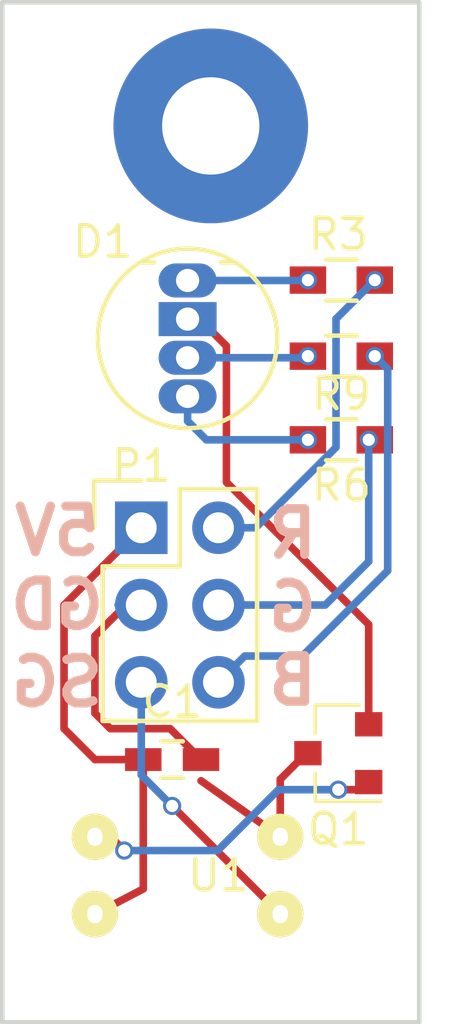
<source format=kicad_pcb>
(kicad_pcb (version 4) (host pcbnew 4.0.5+dfsg1-4)

  (general
    (links 14)
    (no_connects 10)
    (area 171.120999 86.792999 184.987001 120.471001)
    (thickness 1.6)
    (drawings 9)
    (tracks 66)
    (zones 0)
    (modules 9)
    (nets 13)
  )

  (page A4)
  (layers
    (0 F.Cu signal)
    (31 B.Cu signal)
    (32 B.Adhes user)
    (33 F.Adhes user)
    (34 B.Paste user)
    (35 F.Paste user)
    (36 B.SilkS user)
    (37 F.SilkS user)
    (38 B.Mask user)
    (39 F.Mask user)
    (40 Dwgs.User user)
    (41 Cmts.User user)
    (42 Eco1.User user)
    (43 Eco2.User user)
    (44 Edge.Cuts user)
    (45 Margin user)
    (46 B.CrtYd user)
    (47 F.CrtYd user)
    (48 B.Fab user)
    (49 F.Fab user)
  )

  (setup
    (last_trace_width 0.25)
    (trace_clearance 0.2)
    (zone_clearance 0.508)
    (zone_45_only no)
    (trace_min 0.2)
    (segment_width 0.2)
    (edge_width 0.15)
    (via_size 0.6)
    (via_drill 0.4)
    (via_min_size 0.4)
    (via_min_drill 0.3)
    (uvia_size 0.3)
    (uvia_drill 0.1)
    (uvias_allowed no)
    (uvia_min_size 0.2)
    (uvia_min_drill 0.1)
    (pcb_text_width 0.3)
    (pcb_text_size 1.5 1.5)
    (mod_edge_width 0.15)
    (mod_text_size 1 1)
    (mod_text_width 0.15)
    (pad_size 1.524 1.524)
    (pad_drill 0.762)
    (pad_to_mask_clearance 0.2)
    (aux_axis_origin 0 0)
    (visible_elements FFFEFF7F)
    (pcbplotparams
      (layerselection 0x00030_80000001)
      (usegerberextensions false)
      (excludeedgelayer true)
      (linewidth 0.100000)
      (plotframeref false)
      (viasonmask false)
      (mode 1)
      (useauxorigin false)
      (hpglpennumber 1)
      (hpglpenspeed 20)
      (hpglpendiameter 15)
      (hpglpenoverlay 2)
      (psnegative false)
      (psa4output false)
      (plotreference true)
      (plotvalue true)
      (plotinvisibletext false)
      (padsonsilk false)
      (subtractmaskfromsilk false)
      (outputformat 1)
      (mirror false)
      (drillshape 1)
      (scaleselection 1)
      (outputdirectory ""))
  )

  (net 0 "")
  (net 1 "Net-(D1-Pad1)")
  (net 2 "Net-(D1-Pad4)")
  (net 3 +5VL)
  (net 4 RED)
  (net 5 GND)
  (net 6 GREEN)
  (net 7 SIGNAL)
  (net 8 BLUE)
  (net 9 "Net-(D1-Pad3)")
  (net 10 "Net-(P2-Pad1)")
  (net 11 CATH)
  (net 12 "Net-(D1-Pad2)")

  (net_class Default "This is the default net class."
    (clearance 0.2)
    (trace_width 0.25)
    (via_dia 0.6)
    (via_drill 0.4)
    (uvia_dia 0.3)
    (uvia_drill 0.1)
    (add_net +5VL)
    (add_net BLUE)
    (add_net CATH)
    (add_net GND)
    (add_net GREEN)
    (add_net "Net-(D1-Pad1)")
    (add_net "Net-(D1-Pad2)")
    (add_net "Net-(D1-Pad3)")
    (add_net "Net-(D1-Pad4)")
    (add_net "Net-(P2-Pad1)")
    (add_net RED)
    (add_net SIGNAL)
  )

  (module Pin_Headers:Pin_Header_Straight_2x03 (layer F.Cu) (tedit 5A78B1A5) (tstamp 5A773EFC)
    (at 175.768 104.14)
    (descr "Through hole pin header")
    (tags "pin header")
    (path /5A7730C9)
    (fp_text reference P1 (at 0 -2.032) (layer F.SilkS)
      (effects (font (size 1 1) (thickness 0.15)))
    )
    (fp_text value CONN_02X03 (at -2.54 2.032 90) (layer F.Fab)
      (effects (font (size 1 1) (thickness 0.15)))
    )
    (fp_line (start -1.27 1.27) (end -1.27 6.35) (layer F.SilkS) (width 0.15))
    (fp_line (start -1.55 -1.55) (end 0 -1.55) (layer F.SilkS) (width 0.15))
    (fp_line (start -1.75 -1.75) (end -1.75 6.85) (layer F.CrtYd) (width 0.05))
    (fp_line (start 4.3 -1.75) (end 4.3 6.85) (layer F.CrtYd) (width 0.05))
    (fp_line (start -1.75 -1.75) (end 4.3 -1.75) (layer F.CrtYd) (width 0.05))
    (fp_line (start -1.75 6.85) (end 4.3 6.85) (layer F.CrtYd) (width 0.05))
    (fp_line (start 1.27 -1.27) (end 1.27 1.27) (layer F.SilkS) (width 0.15))
    (fp_line (start 1.27 1.27) (end -1.27 1.27) (layer F.SilkS) (width 0.15))
    (fp_line (start -1.27 6.35) (end 3.81 6.35) (layer F.SilkS) (width 0.15))
    (fp_line (start 3.81 6.35) (end 3.81 1.27) (layer F.SilkS) (width 0.15))
    (fp_line (start -1.55 -1.55) (end -1.55 0) (layer F.SilkS) (width 0.15))
    (fp_line (start 3.81 -1.27) (end 1.27 -1.27) (layer F.SilkS) (width 0.15))
    (fp_line (start 3.81 1.27) (end 3.81 -1.27) (layer F.SilkS) (width 0.15))
    (pad 1 thru_hole rect (at 0 0) (size 1.7272 1.7272) (drill 1.016) (layers *.Cu *.Mask)
      (net 3 +5VL))
    (pad 2 thru_hole oval (at 2.54 0) (size 1.7272 1.7272) (drill 1.016) (layers *.Cu *.Mask)
      (net 4 RED))
    (pad 3 thru_hole oval (at 0 2.54) (size 1.7272 1.7272) (drill 1.016) (layers *.Cu *.Mask)
      (net 5 GND))
    (pad 4 thru_hole oval (at 2.54 2.54) (size 1.7272 1.7272) (drill 1.016) (layers *.Cu *.Mask)
      (net 6 GREEN))
    (pad 5 thru_hole oval (at 0 5.08) (size 1.7272 1.7272) (drill 1.016) (layers *.Cu *.Mask)
      (net 7 SIGNAL))
    (pad 6 thru_hole oval (at 2.54 5.08) (size 1.7272 1.7272) (drill 1.016) (layers *.Cu *.Mask)
      (net 8 BLUE))
    (model Pin_Headers.3dshapes/Pin_Header_Straight_2x03.wrl
      (at (xyz 0.05 -0.1 0))
      (scale (xyz 1 1 1))
      (rotate (xyz 0 0 90))
    )
  )

  (module s4282:S4282-51 (layer F.Cu) (tedit 5A773F3B) (tstamp 5A773FA3)
    (at 177.292 115.57)
    (path /5A773059)
    (fp_text reference U1 (at 1.016 0) (layer F.SilkS)
      (effects (font (size 1 1) (thickness 0.15)))
    )
    (fp_text value S4282-51 (at 0 3.048) (layer F.Fab)
      (effects (font (size 1 1) (thickness 0.15)))
    )
    (pad 1 thru_hole circle (at -3.048 -1.27) (size 1.524 1.524) (drill oval 0.5 0.6) (layers *.Cu *.Mask F.SilkS)
      (net 11 CATH))
    (pad 4 thru_hole circle (at 3.048 -1.27) (size 1.524 1.524) (drill oval 0.5 0.6) (layers *.Cu *.Mask F.SilkS)
      (net 5 GND))
    (pad 2 thru_hole circle (at -3.048 1.27) (size 1.524 1.524) (drill oval 0.5 0.6) (layers *.Cu *.Mask F.SilkS)
      (net 3 +5VL))
    (pad 3 thru_hole circle (at 3.048 1.27) (size 1.524 1.524) (drill oval 0.5 0.6) (layers *.Cu *.Mask F.SilkS)
      (net 7 SIGNAL))
  )

  (module Capacitors_SMD:C_0603_HandSoldering (layer F.Cu) (tedit 5A773F2C) (tstamp 5A77B38C)
    (at 176.784 111.76)
    (descr "Capacitor SMD 0603, hand soldering")
    (tags "capacitor 0603")
    (path /5A7740A3)
    (attr smd)
    (fp_text reference C1 (at 0 -1.9) (layer F.SilkS)
      (effects (font (size 1 1) (thickness 0.15)))
    )
    (fp_text value 1uF (at 3.556 0) (layer F.Fab)
      (effects (font (size 1 1) (thickness 0.15)))
    )
    (fp_line (start -0.8 0.4) (end -0.8 -0.4) (layer F.Fab) (width 0.15))
    (fp_line (start 0.8 0.4) (end -0.8 0.4) (layer F.Fab) (width 0.15))
    (fp_line (start 0.8 -0.4) (end 0.8 0.4) (layer F.Fab) (width 0.15))
    (fp_line (start -0.8 -0.4) (end 0.8 -0.4) (layer F.Fab) (width 0.15))
    (fp_line (start -1.85 -0.75) (end 1.85 -0.75) (layer F.CrtYd) (width 0.05))
    (fp_line (start -1.85 0.75) (end 1.85 0.75) (layer F.CrtYd) (width 0.05))
    (fp_line (start -1.85 -0.75) (end -1.85 0.75) (layer F.CrtYd) (width 0.05))
    (fp_line (start 1.85 -0.75) (end 1.85 0.75) (layer F.CrtYd) (width 0.05))
    (fp_line (start -0.35 -0.6) (end 0.35 -0.6) (layer F.SilkS) (width 0.15))
    (fp_line (start 0.35 0.6) (end -0.35 0.6) (layer F.SilkS) (width 0.15))
    (pad 1 smd rect (at -0.95 0) (size 1.2 0.75) (layers F.Cu F.Paste F.Mask)
      (net 3 +5VL))
    (pad 2 smd rect (at 0.95 0) (size 1.2 0.75) (layers F.Cu F.Paste F.Mask)
      (net 5 GND))
    (model Capacitors_SMD.3dshapes/C_0603_HandSoldering.wrl
      (at (xyz 0 0 0))
      (scale (xyz 1 1 1))
      (rotate (xyz 0 0 0))
    )
  )

  (module LEDs:LED-RGB-5MM_Common_Cathode (layer F.Cu) (tedit 5A78B5B3) (tstamp 5A7A07F7)
    (at 177.292 96.012)
    (descr "5mm common cathode RGB LED")
    (tags "RGB LED 5mm Common Cathode")
    (path /5A7B0E12)
    (fp_text reference D1 (at -2.794 -1.27) (layer F.SilkS)
      (effects (font (size 1 1) (thickness 0.15)))
    )
    (fp_text value LED_RCBG (at 0 6.25) (layer F.Fab)
      (effects (font (size 1 1) (thickness 0.15)))
    )
    (fp_circle (center 0 1.905) (end 3.2 1.905) (layer F.CrtYd) (width 0.05))
    (fp_line (start -1.1 -0.595) (end -1.55 -0.595) (layer F.SilkS) (width 0.15))
    (fp_circle (center 0 1.905) (end 2.95 1.905) (layer F.SilkS) (width 0.15))
    (fp_line (start 1.1 -0.595) (end 1.55 -0.595) (layer F.SilkS) (width 0.15))
    (pad 1 thru_hole oval (at 0 0) (size 1.905 1.1176) (drill 0.762) (layers *.Cu *.Mask)
      (net 1 "Net-(D1-Pad1)"))
    (pad 2 thru_hole rect (at 0 1.27) (size 1.905 1.1176) (drill 0.762) (layers *.Cu *.Mask)
      (net 12 "Net-(D1-Pad2)"))
    (pad 3 thru_hole oval (at 0 2.54) (size 1.905 1.1176) (drill 0.762) (layers *.Cu *.Mask)
      (net 9 "Net-(D1-Pad3)"))
    (pad 4 thru_hole oval (at 0 3.81) (size 1.905 1.1176) (drill 0.762) (layers *.Cu *.Mask)
      (net 2 "Net-(D1-Pad4)"))
  )

  (module Mounting_Holes:MountingHole_3.2mm_M3_Pad (layer F.Cu) (tedit 5A78C3F4) (tstamp 5A7A07FC)
    (at 178.054 90.932)
    (descr "Mounting Hole 3.2mm, M3")
    (tags "mounting hole 3.2mm m3")
    (path /5A7B0B5B)
    (fp_text reference P2 (at -3.302 -3.048) (layer F.SilkS) hide
      (effects (font (size 1 1) (thickness 0.15)))
    )
    (fp_text value Mounting (at 4.064 0 90) (layer F.Fab)
      (effects (font (size 1 1) (thickness 0.15)))
    )
    (fp_circle (center 0 0) (end 3.2 0) (layer Cmts.User) (width 0.15))
    (fp_circle (center 0 0) (end 3.45 0) (layer F.CrtYd) (width 0.05))
    (pad 1 thru_hole circle (at 0 0) (size 6.4 6.4) (drill 3.2) (layers *.Cu *.Mask)
      (net 10 "Net-(P2-Pad1)"))
  )

  (module TO_SOT_Packages_SMD:SOT-23 (layer F.Cu) (tedit 583F39EB) (tstamp 5A9789BB)
    (at 182.25 111.55 180)
    (descr "SOT-23, Standard")
    (tags SOT-23)
    (path /5A7A0A6A)
    (attr smd)
    (fp_text reference Q1 (at 0 -2.5 180) (layer F.SilkS)
      (effects (font (size 1 1) (thickness 0.15)))
    )
    (fp_text value Q_PNP_BEC (at 0 2.5 180) (layer F.Fab)
      (effects (font (size 1 1) (thickness 0.15)))
    )
    (fp_line (start 0.76 1.58) (end 0.76 0.65) (layer F.SilkS) (width 0.12))
    (fp_line (start 0.76 -1.58) (end 0.76 -0.65) (layer F.SilkS) (width 0.12))
    (fp_line (start 0.7 -1.52) (end 0.7 1.52) (layer F.Fab) (width 0.15))
    (fp_line (start -0.7 1.52) (end 0.7 1.52) (layer F.Fab) (width 0.15))
    (fp_line (start -1.7 -1.75) (end 1.7 -1.75) (layer F.CrtYd) (width 0.05))
    (fp_line (start 1.7 -1.75) (end 1.7 1.75) (layer F.CrtYd) (width 0.05))
    (fp_line (start 1.7 1.75) (end -1.7 1.75) (layer F.CrtYd) (width 0.05))
    (fp_line (start -1.7 1.75) (end -1.7 -1.75) (layer F.CrtYd) (width 0.05))
    (fp_line (start 0.76 -1.58) (end -1.4 -1.58) (layer F.SilkS) (width 0.12))
    (fp_line (start -0.7 -1.52) (end 0.7 -1.52) (layer F.Fab) (width 0.15))
    (fp_line (start -0.7 -1.52) (end -0.7 1.52) (layer F.Fab) (width 0.15))
    (fp_line (start 0.76 1.58) (end -0.7 1.58) (layer F.SilkS) (width 0.12))
    (pad 1 smd rect (at -1 -0.95 180) (size 0.9 0.8) (layers F.Cu F.Paste F.Mask)
      (net 11 CATH))
    (pad 2 smd rect (at -1 0.95 180) (size 0.9 0.8) (layers F.Cu F.Paste F.Mask)
      (net 12 "Net-(D1-Pad2)"))
    (pad 3 smd rect (at 1 0 180) (size 0.9 0.8) (layers F.Cu F.Paste F.Mask)
      (net 5 GND))
    (model TO_SOT_Packages_SMD.3dshapes/SOT-23.wrl
      (at (xyz 0 0 0))
      (scale (xyz 1 1 1))
      (rotate (xyz 0 0 90))
    )
  )

  (module Resistors_SMD:R_0603_HandSoldering (layer F.Cu) (tedit 58307AEF) (tstamp 5A9789CB)
    (at 182.35 96 180)
    (descr "Resistor SMD 0603, hand soldering")
    (tags "resistor 0603")
    (path /5A7A0C40)
    (attr smd)
    (fp_text reference R3 (at 0.1 1.5 180) (layer F.SilkS)
      (effects (font (size 1 1) (thickness 0.15)))
    )
    (fp_text value 20 (at 0 1.9 180) (layer F.Fab)
      (effects (font (size 1 1) (thickness 0.15)))
    )
    (fp_line (start -0.8 0.4) (end -0.8 -0.4) (layer F.Fab) (width 0.1))
    (fp_line (start 0.8 0.4) (end -0.8 0.4) (layer F.Fab) (width 0.1))
    (fp_line (start 0.8 -0.4) (end 0.8 0.4) (layer F.Fab) (width 0.1))
    (fp_line (start -0.8 -0.4) (end 0.8 -0.4) (layer F.Fab) (width 0.1))
    (fp_line (start -2 -0.8) (end 2 -0.8) (layer F.CrtYd) (width 0.05))
    (fp_line (start -2 0.8) (end 2 0.8) (layer F.CrtYd) (width 0.05))
    (fp_line (start -2 -0.8) (end -2 0.8) (layer F.CrtYd) (width 0.05))
    (fp_line (start 2 -0.8) (end 2 0.8) (layer F.CrtYd) (width 0.05))
    (fp_line (start 0.5 0.675) (end -0.5 0.675) (layer F.SilkS) (width 0.15))
    (fp_line (start -0.5 -0.675) (end 0.5 -0.675) (layer F.SilkS) (width 0.15))
    (pad 1 smd rect (at -1.1 0 180) (size 1.2 0.9) (layers F.Cu F.Paste F.Mask)
      (net 4 RED))
    (pad 2 smd rect (at 1.1 0 180) (size 1.2 0.9) (layers F.Cu F.Paste F.Mask)
      (net 1 "Net-(D1-Pad1)"))
    (model Resistors_SMD.3dshapes/R_0603_HandSoldering.wrl
      (at (xyz 0 0 0))
      (scale (xyz 1 1 1))
      (rotate (xyz 0 0 0))
    )
  )

  (module Resistors_SMD:R_0603_HandSoldering (layer F.Cu) (tedit 58307AEF) (tstamp 5A9789DB)
    (at 182.35 101.25 180)
    (descr "Resistor SMD 0603, hand soldering")
    (tags "resistor 0603")
    (path /5A7A0C7B)
    (attr smd)
    (fp_text reference R6 (at 0 -1.5 180) (layer F.SilkS)
      (effects (font (size 1 1) (thickness 0.15)))
    )
    (fp_text value 20 (at 0 1.9 180) (layer F.Fab)
      (effects (font (size 1 1) (thickness 0.15)))
    )
    (fp_line (start -0.8 0.4) (end -0.8 -0.4) (layer F.Fab) (width 0.1))
    (fp_line (start 0.8 0.4) (end -0.8 0.4) (layer F.Fab) (width 0.1))
    (fp_line (start 0.8 -0.4) (end 0.8 0.4) (layer F.Fab) (width 0.1))
    (fp_line (start -0.8 -0.4) (end 0.8 -0.4) (layer F.Fab) (width 0.1))
    (fp_line (start -2 -0.8) (end 2 -0.8) (layer F.CrtYd) (width 0.05))
    (fp_line (start -2 0.8) (end 2 0.8) (layer F.CrtYd) (width 0.05))
    (fp_line (start -2 -0.8) (end -2 0.8) (layer F.CrtYd) (width 0.05))
    (fp_line (start 2 -0.8) (end 2 0.8) (layer F.CrtYd) (width 0.05))
    (fp_line (start 0.5 0.675) (end -0.5 0.675) (layer F.SilkS) (width 0.15))
    (fp_line (start -0.5 -0.675) (end 0.5 -0.675) (layer F.SilkS) (width 0.15))
    (pad 1 smd rect (at -1.1 0 180) (size 1.2 0.9) (layers F.Cu F.Paste F.Mask)
      (net 6 GREEN))
    (pad 2 smd rect (at 1.1 0 180) (size 1.2 0.9) (layers F.Cu F.Paste F.Mask)
      (net 2 "Net-(D1-Pad4)"))
    (model Resistors_SMD.3dshapes/R_0603_HandSoldering.wrl
      (at (xyz 0 0 0))
      (scale (xyz 1 1 1))
      (rotate (xyz 0 0 0))
    )
  )

  (module Resistors_SMD:R_0603_HandSoldering (layer F.Cu) (tedit 58307AEF) (tstamp 5A9789EB)
    (at 182.35 98.5 180)
    (descr "Resistor SMD 0603, hand soldering")
    (tags "resistor 0603")
    (path /5A7A0CB2)
    (attr smd)
    (fp_text reference R9 (at 0 -1.25 180) (layer F.SilkS)
      (effects (font (size 1 1) (thickness 0.15)))
    )
    (fp_text value 20 (at 0 1.9 180) (layer F.Fab)
      (effects (font (size 1 1) (thickness 0.15)))
    )
    (fp_line (start -0.8 0.4) (end -0.8 -0.4) (layer F.Fab) (width 0.1))
    (fp_line (start 0.8 0.4) (end -0.8 0.4) (layer F.Fab) (width 0.1))
    (fp_line (start 0.8 -0.4) (end 0.8 0.4) (layer F.Fab) (width 0.1))
    (fp_line (start -0.8 -0.4) (end 0.8 -0.4) (layer F.Fab) (width 0.1))
    (fp_line (start -2 -0.8) (end 2 -0.8) (layer F.CrtYd) (width 0.05))
    (fp_line (start -2 0.8) (end 2 0.8) (layer F.CrtYd) (width 0.05))
    (fp_line (start -2 -0.8) (end -2 0.8) (layer F.CrtYd) (width 0.05))
    (fp_line (start 2 -0.8) (end 2 0.8) (layer F.CrtYd) (width 0.05))
    (fp_line (start 0.5 0.675) (end -0.5 0.675) (layer F.SilkS) (width 0.15))
    (fp_line (start -0.5 -0.675) (end 0.5 -0.675) (layer F.SilkS) (width 0.15))
    (pad 1 smd rect (at -1.1 0 180) (size 1.2 0.9) (layers F.Cu F.Paste F.Mask)
      (net 8 BLUE))
    (pad 2 smd rect (at 1.1 0 180) (size 1.2 0.9) (layers F.Cu F.Paste F.Mask)
      (net 9 "Net-(D1-Pad3)"))
    (model Resistors_SMD.3dshapes/R_0603_HandSoldering.wrl
      (at (xyz 0 0 0))
      (scale (xyz 1 1 1))
      (rotate (xyz 0 0 0))
    )
  )

  (gr_text "R\nG\nB" (at 180.75 106.75) (layer B.SilkS)
    (effects (font (size 1.5 1.5) (thickness 0.3)) (justify mirror))
  )
  (gr_text SG (at 173 109.22) (layer B.SilkS)
    (effects (font (size 1.5 1.5) (thickness 0.3)) (justify mirror))
  )
  (gr_text GD (at 173 106.68) (layer B.SilkS)
    (effects (font (size 1.5 1.5) (thickness 0.3)) (justify mirror))
  )
  (gr_text 5V (at 173 104.25) (layer B.SilkS)
    (effects (font (size 1.5 1.5) (thickness 0.3)) (justify mirror))
  )
  (gr_line (start 184.912 86.868) (end 177.292 86.868) (angle 90) (layer Edge.Cuts) (width 0.15))
  (gr_line (start 184.912 120.396) (end 184.912 86.868) (angle 90) (layer Edge.Cuts) (width 0.15))
  (gr_line (start 171.196 120.396) (end 184.912 120.396) (angle 90) (layer Edge.Cuts) (width 0.15))
  (gr_line (start 171.196 86.868) (end 171.196 120.396) (angle 90) (layer Edge.Cuts) (width 0.15))
  (gr_line (start 177.292 86.868) (end 171.196 86.868) (angle 90) (layer Edge.Cuts) (width 0.15))

  (segment (start 177.292 96.012) (end 181.238 96.012) (width 0.25) (layer B.Cu) (net 1))
  (segment (start 181.238 96.012) (end 181.25 96) (width 0.25) (layer B.Cu) (net 1))
  (via (at 181.25 96) (size 0.6) (drill 0.4) (layers F.Cu B.Cu) (net 1))
  (segment (start 177.304 96) (end 177.292 96.012) (width 0.25) (layer B.Cu) (net 1))
  (segment (start 181.25 101.25) (end 177.9112 101.25) (width 0.25) (layer B.Cu) (net 2))
  (segment (start 177.9112 101.25) (end 177.292 100.6308) (width 0.25) (layer B.Cu) (net 2))
  (segment (start 177.292 100.6308) (end 177.292 99.822) (width 0.25) (layer B.Cu) (net 2))
  (via (at 181.25 101.25) (size 0.6) (drill 0.4) (layers F.Cu B.Cu) (net 2))
  (segment (start 175.768 104.14) (end 173.228 106.68) (width 0.25) (layer F.Cu) (net 3) (status 10))
  (segment (start 173.228 106.68) (end 173.228 110.744) (width 0.25) (layer F.Cu) (net 3) (tstamp 5A77B3DB))
  (segment (start 173.228 110.744) (end 174.244 111.76) (width 0.25) (layer F.Cu) (net 3) (tstamp 5A77B3DC))
  (segment (start 174.244 111.76) (end 175.834 111.76) (width 0.25) (layer F.Cu) (net 3) (tstamp 5A77B3DE))
  (segment (start 175.834 111.76) (end 175.834 116.012) (width 0.25) (layer F.Cu) (net 3))
  (segment (start 175.834 116.012) (end 174.244 116.84) (width 0.25) (layer F.Cu) (net 3) (tstamp 5A77B393) (status 20))
  (via (at 183.45 96) (size 0.6) (drill 0.4) (layers F.Cu B.Cu) (net 4))
  (segment (start 178.308 104.14) (end 179.529314 104.14) (width 0.25) (layer B.Cu) (net 4))
  (segment (start 179.529314 104.14) (end 182.175001 101.494313) (width 0.25) (layer B.Cu) (net 4))
  (segment (start 182.175001 97.274999) (end 183.45 96) (width 0.25) (layer B.Cu) (net 4))
  (segment (start 182.175001 101.494313) (end 182.175001 97.274999) (width 0.25) (layer B.Cu) (net 4))
  (segment (start 181.25 111.55) (end 181.2 111.55) (width 0.25) (layer F.Cu) (net 5))
  (segment (start 181.2 111.55) (end 180.34 112.41) (width 0.25) (layer F.Cu) (net 5))
  (segment (start 180.34 112.41) (end 180.34 113.22237) (width 0.25) (layer F.Cu) (net 5))
  (segment (start 180.34 113.22237) (end 180.34 114.3) (width 0.25) (layer F.Cu) (net 5))
  (segment (start 175.768 106.68) (end 175.006 106.68) (width 0.25) (layer B.Cu) (net 5))
  (segment (start 175.768 106.68) (end 175.26 106.68) (width 0.25) (layer F.Cu) (net 5))
  (segment (start 175.26 106.68) (end 174.244 107.696) (width 0.25) (layer F.Cu) (net 5) (tstamp 5A77B3D2))
  (segment (start 174.244 107.696) (end 174.244 110.236) (width 0.25) (layer F.Cu) (net 5) (tstamp 5A77B3D3))
  (segment (start 174.244 110.236) (end 174.752 110.744) (width 0.25) (layer F.Cu) (net 5) (tstamp 5A77B3D5))
  (segment (start 174.752 110.744) (end 176.718 110.744) (width 0.25) (layer F.Cu) (net 5) (tstamp 5A77B3D6))
  (segment (start 176.718 110.744) (end 177.734 111.76) (width 0.25) (layer F.Cu) (net 5) (tstamp 5A77B3D7))
  (segment (start 177.734 112.456) (end 180.34 114.3) (width 0.25) (layer F.Cu) (net 5) (tstamp 5A77B397) (status 20))
  (segment (start 183.25 105.25) (end 183.25 101.250001) (width 0.25) (layer B.Cu) (net 6))
  (segment (start 183.25 101.250001) (end 183.250001 101.25) (width 0.25) (layer B.Cu) (net 6))
  (via (at 183.250001 101.25) (size 0.6) (drill 0.4) (layers F.Cu B.Cu) (net 6))
  (segment (start 183.25 101.45) (end 183.45 101.25) (width 0.25) (layer F.Cu) (net 6))
  (segment (start 178.308 106.68) (end 181.82 106.68) (width 0.25) (layer B.Cu) (net 6))
  (segment (start 181.82 106.68) (end 183.25 105.25) (width 0.25) (layer B.Cu) (net 6))
  (segment (start 180.34 116.84) (end 176.784 113.284) (width 0.25) (layer F.Cu) (net 7))
  (segment (start 175.768 112.268) (end 175.768 109.22) (width 0.25) (layer B.Cu) (net 7) (tstamp 5A7A08DF))
  (segment (start 176.784 113.284) (end 175.768 112.268) (width 0.25) (layer B.Cu) (net 7) (tstamp 5A7A08DE))
  (via (at 176.784 113.284) (size 0.6) (drill 0.4) (layers F.Cu B.Cu) (net 7))
  (via (at 183.45 98.5) (size 0.6) (drill 0.4) (layers F.Cu B.Cu) (net 8))
  (segment (start 178.308 109.22) (end 179.171599 108.356401) (width 0.25) (layer B.Cu) (net 8))
  (segment (start 179.171599 108.356401) (end 181.068601 108.356401) (width 0.25) (layer B.Cu) (net 8))
  (segment (start 181.068601 108.356401) (end 183.875001 105.550001) (width 0.25) (layer B.Cu) (net 8))
  (segment (start 183.875001 105.550001) (end 183.875001 98.925001) (width 0.25) (layer B.Cu) (net 8))
  (segment (start 183.875001 98.925001) (end 183.45 98.5) (width 0.25) (layer B.Cu) (net 8))
  (segment (start 177.292 98.552) (end 181.198 98.552) (width 0.25) (layer B.Cu) (net 9))
  (segment (start 181.198 98.552) (end 181.25 98.5) (width 0.25) (layer B.Cu) (net 9))
  (via (at 181.25 98.5) (size 0.6) (drill 0.4) (layers F.Cu B.Cu) (net 9))
  (segment (start 177.344 98.5) (end 177.292 98.552) (width 0.25) (layer B.Cu) (net 9))
  (segment (start 182.25 112.75) (end 183 112.75) (width 0.25) (layer F.Cu) (net 11))
  (segment (start 183 112.75) (end 183.25 112.5) (width 0.25) (layer F.Cu) (net 11))
  (segment (start 175.209 114.75) (end 178.281238 114.75) (width 0.25) (layer B.Cu) (net 11))
  (segment (start 178.281238 114.75) (end 180.281238 112.75) (width 0.25) (layer B.Cu) (net 11))
  (segment (start 180.281238 112.75) (end 182.25 112.75) (width 0.25) (layer B.Cu) (net 11))
  (via (at 182.25 112.75) (size 0.6) (drill 0.4) (layers F.Cu B.Cu) (net 11))
  (segment (start 174.244 114.3) (end 174.759 114.3) (width 0.25) (layer F.Cu) (net 11))
  (segment (start 174.759 114.3) (end 175.209 114.75) (width 0.25) (layer F.Cu) (net 11))
  (via (at 175.209 114.75) (size 0.6) (drill 0.4) (layers F.Cu B.Cu) (net 11))
  (segment (start 174.244 114.3) (end 173.736 114.3) (width 0.25) (layer B.Cu) (net 11))
  (segment (start 183.25 110.6) (end 183.25 107.32287) (width 0.25) (layer F.Cu) (net 12))
  (segment (start 178.56951 102.64238) (end 178.56951 98.16581) (width 0.25) (layer F.Cu) (net 12))
  (segment (start 183.25 107.32287) (end 178.56951 102.64238) (width 0.25) (layer F.Cu) (net 12))
  (segment (start 178.56951 98.16581) (end 177.6857 97.282) (width 0.25) (layer F.Cu) (net 12))
  (segment (start 177.6857 97.282) (end 177.292 97.282) (width 0.25) (layer F.Cu) (net 12))

  (zone (net 5) (net_name GND) (layer F.Cu) (tstamp 5A7A08E5) (hatch edge 0.508)
    (connect_pads (clearance 0.508))
    (min_thickness 0.254)
    (fill (arc_segments 16) (thermal_gap 0.508) (thermal_bridge_width 0.508))
    (polygon
      (pts
        (xy 184.658 120.142) (xy 171.45 120.142) (xy 171.45 87.122) (xy 184.658 87.122)
      )
    )
  )
)

</source>
